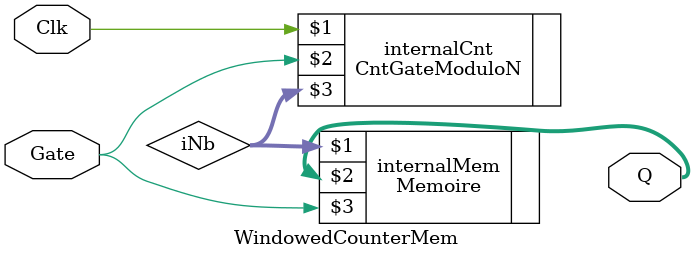
<source format=v>
module WindowedCounterMem(Clk, Gate, Q);


parameter BUS_SIZE = 8;
parameter MODULO = 100;

input	Clk;		// Clk falling edge
input	Gate;		// Gate = 1 : Count up, Gate = 0 : Output forced to 0, Output is memorized when Gate falls to low level (Synchronous behavior)

output[(BUS_SIZE - 1):0] Q;

wire[(BUS_SIZE - 1):0] iNb;


CntGateModuloN	#(BUS_SIZE,MODULO)		internalCnt(Clk, Gate, iNb);
Memoire			#(BUS_SIZE)					internalMem(iNb,Q,Gate);


endmodule


</source>
